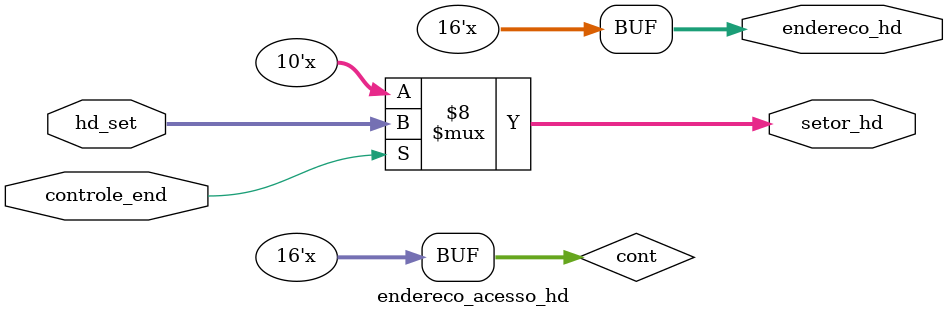
<source format=v>
module endereco_acesso_hd(
	input controle_end,
	input [9:0]hd_set,
	output reg[15:0]endereco_hd,
	output reg[9:0]setor_hd
);

	reg [15:0]cont=16'b0000000000100000;

always@(controle_end or hd_set)
begin
	if(controle_end)
	begin
		endereco_hd=cont;
		setor_hd=hd_set;
		cont = cont + 16'b0000000000000001;
	end
end 
endmodule

</source>
